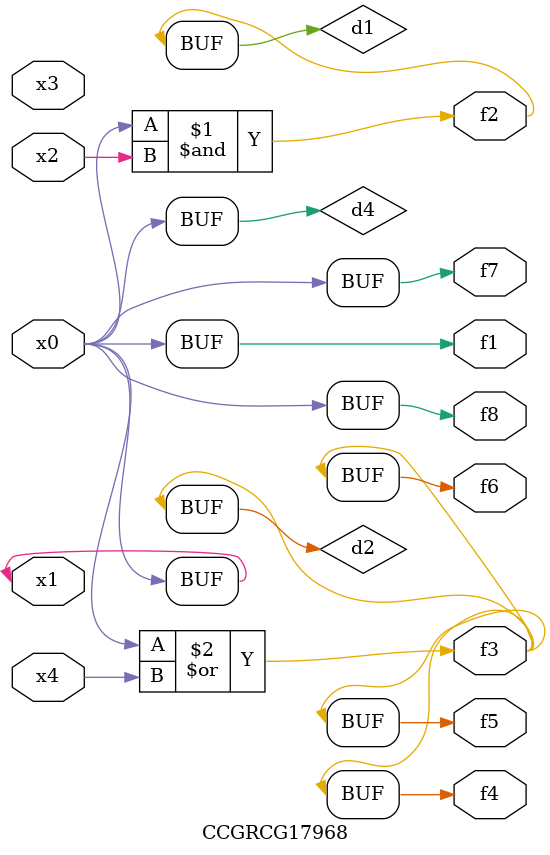
<source format=v>
module CCGRCG17968(
	input x0, x1, x2, x3, x4,
	output f1, f2, f3, f4, f5, f6, f7, f8
);

	wire d1, d2, d3, d4;

	and (d1, x0, x2);
	or (d2, x0, x4);
	nand (d3, x0, x2);
	buf (d4, x0, x1);
	assign f1 = d4;
	assign f2 = d1;
	assign f3 = d2;
	assign f4 = d2;
	assign f5 = d2;
	assign f6 = d2;
	assign f7 = d4;
	assign f8 = d4;
endmodule

</source>
